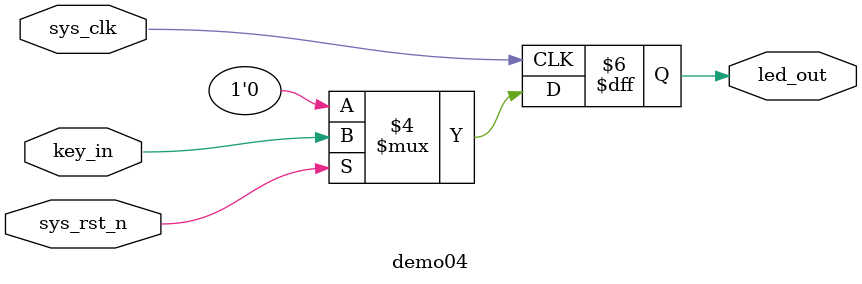
<source format=v>
`timescale  1ns/1ns


module  demo04
(
    input   wire    sys_clk     ,    
    input   wire    sys_rst_n   ,   //全局复位
    input   wire    key_in      ,   //输入按键

    output  reg     led_out         //输出控制led灯
);

always@(posedge sys_clk)    //当always块中的敏感列表为检测到sys_clk上升沿时执行下面的语句
    if(sys_rst_n == 1'b0)   //sys_rst_n为低电平时复位 
        led_out <= 1'b0;     
    else
        led_out <= key_in;

 

endmodule

</source>
